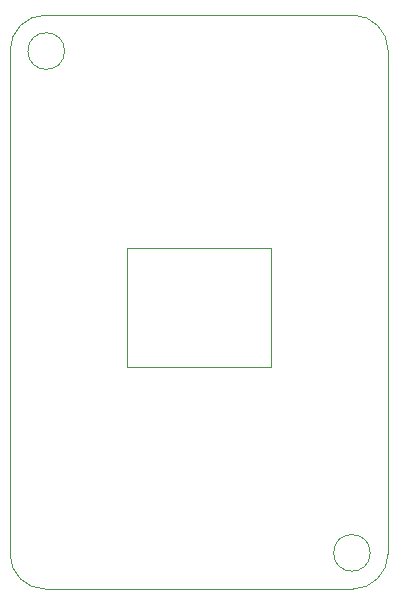
<source format=gbr>
%TF.GenerationSoftware,KiCad,Pcbnew,(6.0.4-0)*%
%TF.CreationDate,2022-08-30T14:02:01+08:00*%
%TF.ProjectId,STLinkV3_Adapter,53544c69-6e6b-4563-935f-416461707465,rev?*%
%TF.SameCoordinates,Original*%
%TF.FileFunction,Profile,NP*%
%FSLAX46Y46*%
G04 Gerber Fmt 4.6, Leading zero omitted, Abs format (unit mm)*
G04 Created by KiCad (PCBNEW (6.0.4-0)) date 2022-08-30 14:02:01*
%MOMM*%
%LPD*%
G01*
G04 APERTURE LIST*
%TA.AperFunction,Profile*%
%ADD10C,0.100000*%
%TD*%
%TA.AperFunction,Profile*%
%ADD11C,0.120000*%
%TD*%
G04 APERTURE END LIST*
D10*
X100490000Y-105540000D02*
G75*
G03*
X100490000Y-105540000I-1550000J0D01*
G01*
X74610000Y-63050000D02*
G75*
G03*
X74610000Y-63050000I-1550000J0D01*
G01*
X70000000Y-105648680D02*
G75*
G03*
X73000000Y-108600000I2952979J1285D01*
G01*
X99000000Y-108600000D02*
X73000000Y-108600000D01*
X102000000Y-63000000D02*
X102000000Y-105600000D01*
X73000000Y-60000000D02*
G75*
G03*
X70000000Y-63000000I2622J-3002622D01*
G01*
X99000000Y-108600000D02*
G75*
G03*
X102000000Y-105600000I0J3000000D01*
G01*
X102000000Y-63000000D02*
G75*
G03*
X99000000Y-60000000I-3000000J0D01*
G01*
X73000000Y-60000000D02*
X99000000Y-60000000D01*
X70000000Y-105648680D02*
X70000000Y-63000000D01*
D11*
%TO.C,U1*%
X79900000Y-79700000D02*
X92100000Y-79700000D01*
X92100000Y-79700000D02*
X92100000Y-89800000D01*
X92100000Y-89800000D02*
X79900000Y-89800000D01*
X79900000Y-89800000D02*
X79900000Y-79700000D01*
%TD*%
M02*

</source>
